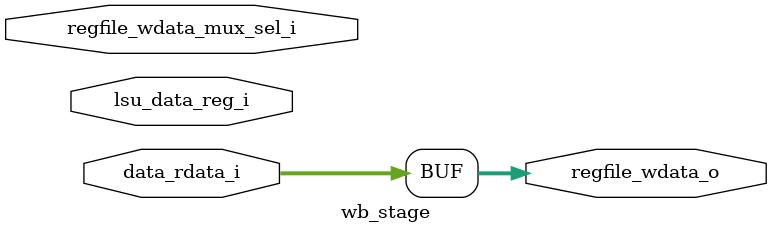
<source format=sv>


`include "defines.sv"

module wb_stage
(
    // MUX SELECTOR --> Used to select what write in the register file
    input  logic        regfile_wdata_mux_sel_i,  // Comes from the controller (thru id-ex and ex-wb pipe)

    // MUX INPUTS
    input  logic [31:0] data_rdata_i,            // read Data from data memory system
    input  logic [31:0] lsu_data_reg_i,          // TODO: remove; read data registered in LSU
    // MUX OUTPUT
    output logic [31:0] regfile_wdata_o         // write data for register file

);

   // TODO: Remove this mux and the associated signals
   // Register Write Data Selection --> Data to write in the regfile
   // Select between:
   // 0:    From Special Register
   // 1:    From Data Memory
   always_comb
   begin : REGFILE_WDATA_MUX
      case (regfile_wdata_mux_sel_i)
        //1'b0:  regfile_wdata_o = sp_rdata_i;
        1'b1:    regfile_wdata_o = data_rdata_i;
        default: regfile_wdata_o = data_rdata_i;
      endcase; // case (regfile_wdata_mux_sel_i)
   end

endmodule

</source>
